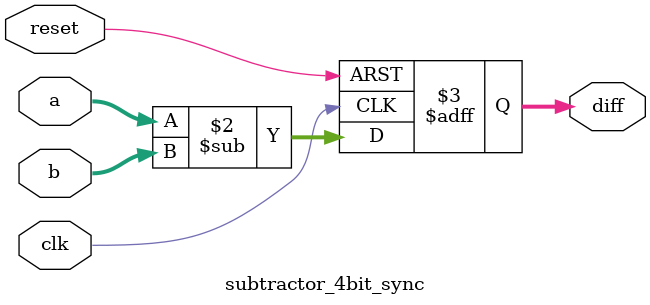
<source format=sv>
module subtractor_4bit_sync (
    input clk, 
    input reset, 
    input [3:0] a, 
    input [3:0] b, 
    output reg [3:0] diff
);
    always @(posedge clk or posedge reset) begin
        if (reset) begin
            diff <= 0;
        end else begin
            diff <= a - b;
        end
    end
endmodule

</source>
